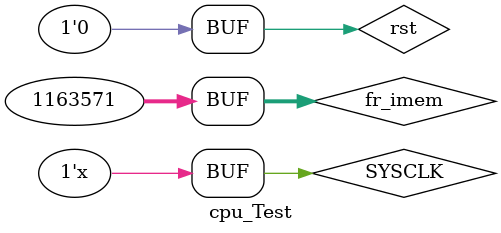
<source format=v>


`timescale 1ns/100ps

module cpu_Test;

parameter SYSCLK_PERIOD = 100;// 10MHZ

reg SYSCLK;
reg NSYSRESET,rst;
reg[31:0] fr_imem;
wire[31:0] to_imem,fr_dmem,to_dmem;


initial
begin
    SYSCLK = 1'b0;
end

//////////////////////////////////////////////////////////////////////
// Reset Pulse
//////////////////////////////////////////////////////////////////////



//////////////////////////////////////////////////////////////////////
// Clock Driver
//////////////////////////////////////////////////////////////////////
always @(SYSCLK)
    #(SYSCLK_PERIOD / 2.0) SYSCLK <= !SYSCLK;


//////////////////////////////////////////////////////////////////////
// Instantiate Unit Under Test:  Simple_core
//////////////////////////////////////////////////////////////////////
Simple_core Simple_core_0 (
    // Inputs
    .rst(rst),
    .fr_imem(fr_imem),
    .fr_dmem(fr_dmem),
    .clk(SYSCLK),

    // Outputs
    .to_imem(to_imem),
    .to_dmem(to_dmem)

    // Inouts

);

initial begin
rst=1'b1;
#50
fr_imem=32'b00000000001100010001010001100011;//BNE
#100;
rst=1'b0;
#1;
fr_imem=32'b00000000001100010100010001100011;//BLT
#100;
fr_imem=32'b00000000001100010101010001100011;//BGE
#100;
fr_imem=32'b00000000001100010110010001100011;//BLTU
#100;
fr_imem=32'b00000000001100010111010001100011;//BGEU
#100;

fr_imem=32'b00000000000100011100000100110011;//XOR
#100;
//fr_imem=32'b
//#100;
//fr_imem=32'b
//#100;
//fr_imem=32'b
//#100;
//fr_imem=32'b
//#100;
//fr_imem=32'b
//#100;
//fr_imem=32'b
//#100;
//fr_imem=32'b
//#100;
//fr_imem=32'b
//#100;
//fr_imem=32'b
//#100;
//fr_imem=32'b
//#100;
//fr_imem=32'b
//#100;
//fr_imem=32'b
//#100;
//fr_imem=32'b
//#100;
//fr_imem=32'b
//#100;
//fr_imem=32'b
//#100;
//fr_imem=32'b
//#100;
end

endmodule


</source>
